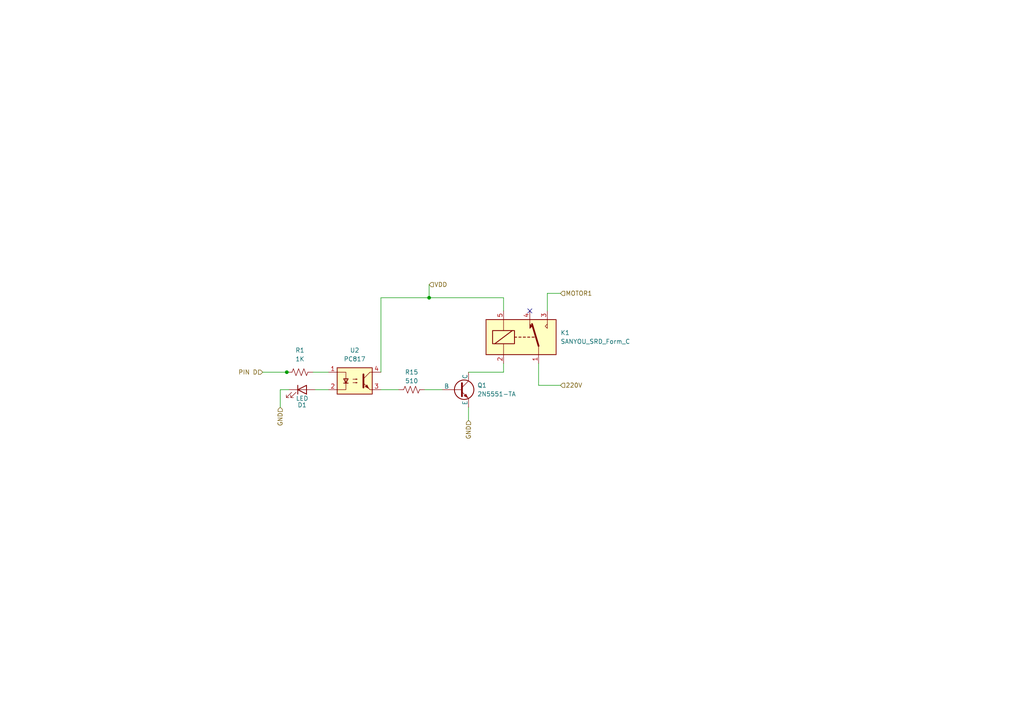
<source format=kicad_sch>
(kicad_sch (version 20231120) (generator "eeschema") (generator_version "8.0")
  (paper "A4")
  (lib_symbols
    (symbol "Custom Simbol FRES:2N5551-TA" (pin_numbers hide) (pin_names (offset 0))
      (property "Reference" "Q" (at -2.54 7.62 0))
      (property "Value" "2N5551-TA" (at -2.54 5.08 0))
      (symbol "2N5551-TA_0_1"
        (polyline (pts (xy -2.54 0) (xy 0.635 0)) (stroke (width 0.1524)))
        (polyline (pts (xy 0.635 0.635) (xy 2.54 2.54)))
        (polyline (pts (xy 2.794 -1.27) (xy 2.794 -1.27)) (stroke (width 0.1524)))
        (polyline (pts (xy 2.794 -1.27) (xy 2.794 -1.27)) (stroke (width 0.1524)))
        (polyline (pts (xy 0.635 -0.635) (xy 2.54 -2.54) (xy 2.54 -2.54)))
        (polyline (pts (xy 0.635 1.905) (xy 0.635 -1.905) (xy 0.635 -1.905)) (stroke (width 0.508)))
        (polyline (pts (xy 1.27 -1.778) (xy 1.778 -1.27) (xy 2.286 -2.286) (xy 1.27 -1.778) (xy 1.27 -1.778)) (fill (type outline)))
        (circle (center 1.27 0) (radius 2.8194) (stroke (width 0.254)))
      )
      (symbol "2N5551-TA_1_1"
        (pin open_collector line (at 2.54 5.08 270) (length 2.54) (name "C") (number "1"))
        (pin input line (at -5.08 0 0) (length 2.54) (name "B") (number "2"))
        (pin open_emitter line (at 2.54 -5.08 90) (length 2.54) (name "E") (number "3"))
      )
    )
    (symbol "Device:LED" (pin_numbers hide) (pin_names (offset 1.016) hide)
      (property "Reference" "D" (at 0 2.54 0))
      (property "Value" "LED" (at 0 -2.54 0))
      (symbol "LED_0_1"
        (polyline (pts (xy -1.27 -1.27) (xy -1.27 1.27)) (stroke (width 0.254)))
        (polyline (pts (xy -1.27 0) (xy 1.27 0)))
        (polyline (pts (xy 1.27 -1.27) (xy 1.27 1.27) (xy -1.27 0) (xy 1.27 -1.27)) (stroke (width 0.254)))
        (polyline (pts (xy -3.048 -0.762) (xy -4.572 -2.286) (xy -3.81 -2.286) (xy -4.572 -2.286) (xy -4.572 -1.524)))
        (polyline (pts (xy -1.778 -0.762) (xy -3.302 -2.286) (xy -2.54 -2.286) (xy -3.302 -2.286) (xy -3.302 -1.524)))
      )
      (symbol "LED_1_1"
        (pin passive line (at -3.81 0 0) (length 2.54) (name "K") (number "1"))
        (pin passive line (at 3.81 0 180) (length 2.54) (name "A") (number "2"))
      )
    )
    (symbol "Device:R_US" (pin_numbers hide) (pin_names (offset 0))
      (property "Reference" "R" (at 2.54 0 90))
      (property "Value" "R_US" (at -2.54 0 90))
      (symbol "R_US_0_1"
        (polyline (pts (xy 0 -2.286) (xy 0 -2.54)))
        (polyline (pts (xy 0 2.286) (xy 0 2.54)))
        (polyline (pts (xy 0 -0.762) (xy 1.016 -1.143) (xy 0 -1.524) (xy -1.016 -1.905) (xy 0 -2.286)))
        (polyline (pts (xy 0 0.762) (xy 1.016 0.381) (xy 0 0) (xy -1.016 -0.381) (xy 0 -0.762)))
        (polyline (pts (xy 0 2.286) (xy 1.016 1.905) (xy 0 1.524) (xy -1.016 1.143) (xy 0 0.762)))
      )
      (symbol "R_US_1_1"
        (pin passive line (at 0 3.81 270) (length 1.27) (name "~") (number "1"))
        (pin passive line (at 0 -3.81 90) (length 1.27) (name "~") (number "2"))
      )
    )
    (symbol "Isolator:PC817" (pin_names (offset 1.016))
      (property "Reference" "U" (at -5.08 5.08 0))
      (property "Value" "PC817" (at 0 5.08 0))
      (symbol "PC817_0_1"
        (rectangle (start -5.08 3.81) (end 5.08 -3.81) (stroke (width 0.254)) (fill (type background)))
        (polyline (pts (xy -3.175 -0.635) (xy -1.905 -0.635)) (stroke (width 0.254)))
        (polyline (pts (xy 2.54 0.635) (xy 4.445 2.54)))
        (polyline (pts (xy 4.445 -2.54) (xy 2.54 -0.635)) (fill (type outline)))
        (polyline (pts (xy 4.445 -2.54) (xy 5.08 -2.54)))
        (polyline (pts (xy 4.445 2.54) (xy 5.08 2.54)))
        (polyline (pts (xy -5.08 2.54) (xy -2.54 2.54) (xy -2.54 -0.635)))
        (polyline (pts (xy -2.54 -0.635) (xy -2.54 -2.54) (xy -5.08 -2.54)))
        (polyline (pts (xy 2.54 1.905) (xy 2.54 -1.905) (xy 2.54 -1.905)) (stroke (width 0.508)))
        (polyline (pts (xy -2.54 -0.635) (xy -3.175 0.635) (xy -1.905 0.635) (xy -2.54 -0.635)) (stroke (width 0.254)))
        (polyline (pts (xy -0.508 -0.508) (xy 0.762 -0.508) (xy 0.381 -0.635) (xy 0.381 -0.381) (xy 0.762 -0.508)))
        (polyline (pts (xy -0.508 0.508) (xy 0.762 0.508) (xy 0.381 0.381) (xy 0.381 0.635) (xy 0.762 0.508)))
        (polyline (pts (xy 3.048 -1.651) (xy 3.556 -1.143) (xy 4.064 -2.159) (xy 3.048 -1.651) (xy 3.048 -1.651)) (fill (type outline)))
      )
      (symbol "PC817_1_1"
        (pin passive line (at -7.62 2.54 0) (length 2.54) (name "~") (number "1"))
        (pin passive line (at -7.62 -2.54 0) (length 2.54) (name "~") (number "2"))
        (pin passive line (at 7.62 -2.54 180) (length 2.54) (name "~") (number "3"))
        (pin passive line (at 7.62 2.54 180) (length 2.54) (name "~") (number "4"))
      )
    )
    (symbol "Relay:SANYOU_SRD_Form_C"
      (property "Reference" "K" (at 11.43 3.81 0))
      (property "Value" "SANYOU_SRD_Form_C" (at 11.43 1.27 0))
      (symbol "SANYOU_SRD_Form_C_0_0"
        (polyline (pts (xy 7.62 5.08) (xy 7.62 2.54) (xy 6.985 3.175) (xy 7.62 3.81)))
      )
      (symbol "SANYOU_SRD_Form_C_0_1"
        (rectangle (start -10.16 5.08) (end 10.16 -5.08) (stroke (width 0.254)) (fill (type background)))
        (rectangle (start -8.255 1.905) (end -1.905 -1.905) (stroke (width 0.254)))
        (polyline (pts (xy -7.62 -1.905) (xy -2.54 1.905)) (stroke (width 0.254)))
        (polyline (pts (xy -5.08 -5.08) (xy -5.08 -1.905)))
        (polyline (pts (xy -5.08 5.08) (xy -5.08 1.905)))
        (polyline (pts (xy -1.905 0) (xy -1.27 0)) (stroke (width 0.254)))
        (polyline (pts (xy -0.635 0) (xy 0 0)) (stroke (width 0.254)))
        (polyline (pts (xy 0.635 0) (xy 1.27 0)) (stroke (width 0.254)))
        (polyline (pts (xy 1.905 0) (xy 2.54 0)) (stroke (width 0.254)))
        (polyline (pts (xy 3.175 0) (xy 3.81 0)) (stroke (width 0.254)))
        (polyline (pts (xy 5.08 -2.54) (xy 3.175 3.81)) (stroke (width 0.508)))
        (polyline (pts (xy 5.08 -2.54) (xy 5.08 -5.08)))
      )
      (symbol "SANYOU_SRD_Form_C_1_1"
        (polyline (pts (xy 2.54 3.81) (xy 3.175 3.175) (xy 2.54 2.54) (xy 2.54 5.08)) (fill (type outline)))
        (pin passive line (at 5.08 -7.62 90) (length 2.54) (name "~") (number "1"))
        (pin passive line (at -5.08 -7.62 90) (length 2.54) (name "~") (number "2"))
        (pin passive line (at 7.62 7.62 270) (length 2.54) (name "~") (number "3"))
        (pin passive line (at 2.54 7.62 270) (length 2.54) (name "~") (number "4"))
        (pin passive line (at -5.08 7.62 270) (length 2.54) (name "~") (number "5"))
      )
    )
  )
  (junction (at 83.185 107.95))
  (junction (at 124.46 86.36))
  (no_connect (at 153.67 90.17))
  (wire (pts (xy 110.49 113.03) (xy 115.57 113.03)))
  (wire (pts (xy 162.56 111.76) (xy 156.21 111.76)))
  (wire (pts (xy 146.05 86.36) (xy 146.05 90.17)))
  (wire (pts (xy 90.805 107.95) (xy 95.25 107.95)))
  (wire (pts (xy 83.185 107.95) (xy 83.82 107.95)))
  (wire (pts (xy 135.89 107.95) (xy 146.05 107.95)))
  (wire (pts (xy 110.49 86.36) (xy 124.46 86.36)))
  (wire (pts (xy 81.28 118.11) (xy 81.28 113.03)))
  (wire (pts (xy 162.56 85.09) (xy 158.75 85.09)))
  (wire (pts (xy 124.46 86.36) (xy 146.05 86.36)))
  (wire (pts (xy 110.49 107.95) (xy 110.49 86.36)))
  (wire (pts (xy 156.21 111.76) (xy 156.21 105.41)))
  (wire (pts (xy 158.75 85.09) (xy 158.75 90.17)))
  (wire (pts (xy 135.89 118.11) (xy 135.89 121.92)))
  (wire (pts (xy 91.44 113.03) (xy 95.25 113.03)))
  (wire (pts (xy 76.2 107.95) (xy 83.185 107.95)))
  (wire (pts (xy 124.46 82.55) (xy 124.46 86.36)))
  (wire (pts (xy 146.05 107.95) (xy 146.05 105.41)))
  (wire (pts (xy 81.28 113.03) (xy 83.82 113.03)))
  (wire (pts (xy 123.19 113.03) (xy 128.27 113.03)))
  (hierarchical_label "MOTOR1" (shape input) (at 162.56 85.09 0))
  (hierarchical_label "220V" (shape input) (at 162.56 111.76 0))
  (hierarchical_label "VDD" (shape input) (at 124.46 82.55 0))
  (hierarchical_label "GND" (shape input) (at 81.28 118.11 270))
  (hierarchical_label "PIN D" (shape input) (at 76.2 107.95 180))
  (hierarchical_label "GND" (shape input) (at 135.89 121.92 270))
  (symbol (lib_id "Device:R_US") (at 86.995 107.95 90) (unit 1)
    (property "Reference" "R1" (at 86.995 101.6 90))
    (property "Value" "1K" (at 86.995 104.14 90))
    (property "Footprint" "Resistor_SMD:R_0402_1005Metric_Pad0.72x0.64mm_HandSolder" (effects (hide yes)))
    (property "Description" "Resistor, US symbol" (effects (hide yes)))
    (instances (project "" (path "" (reference "R1") (unit 1)) (path "" (reference "R2") (unit 1))))
  )
  (symbol (lib_id "Relay:SANYOU_SRD_Form_C") (at 151.13 97.79 0) (unit 1)
    (property "Reference" "K1" (at 162.56 96.5199 0) (effects (justify left)))
    (property "Value" "SANYOU_SRD_Form_C" (at 162.56 99.0599 0) (effects (justify left)))
    (property "Footprint" "Relay_THT:Relay_SPDT_SANYOU_SRD_Series_Form_C" (effects (hide yes)))
    (property "Datasheet" "http://www.sanyourelay.ca/public/products/pdf/SRD.pdf" (effects (hide yes)))
    (property "Description" "Sanyo SRD relay, Single Pole Miniature Power Relay," (effects (hide yes)))
    (instances (project "Skematik Main Compressor V1" (path "" (reference "K1") (unit 1)) (path "" (reference "K3") (unit 1))))
  )
  (symbol (lib_id "Device:LED") (at 87.63 113.03 0) (unit 1)
    (property "Reference" "D1" (at 87.63 117.475 0))
    (property "Value" "LED" (at 87.63 115.57 0))
    (property "Footprint" "LED_SMD:LED_0805_2012Metric_Pad1.15x1.40mm_HandSolder" (effects (hide yes)))
    (property "Description" "Light emitting diode" (effects (hide yes)))
    (instances (project "Skematik Main Compressor V1" (path "" (reference "D1") (unit 1)) (path "" (reference "D4") (unit 1))))
  )
  (symbol (lib_id "Device:R_US") (at 119.38 113.03 90) (unit 1)
    (property "Reference" "R15" (at 119.38 107.95 90))
    (property "Value" "510" (at 119.38 110.49 90))
    (property "Footprint" "Resistor_SMD:R_0402_1005Metric_Pad0.72x0.64mm_HandSolder" (effects (hide yes)))
    (property "Description" "Resistor, US symbol" (effects (hide yes)))
    (instances (project "" (path "" (reference "R15") (unit 1)) (path "" (reference "R16") (unit 1))))
  )
  (symbol (lib_id "Custom Simbol FRES:2N5551-TA") (at 133.35 113.03 0) (unit 1)
    (property "Reference" "Q1" (at 138.43 111.7599 0) (effects (justify left)))
    (property "Value" "2N5551-TA" (at 138.43 114.2999 0) (effects (justify left)))
    (property "Footprint" "Package_TO_SOT_THT:TO-92_Inline_Wide" (effects (hide yes)))
    (property "Datasheet" "https://ngspice.sourceforge.io/docs/ngspice-html-manual/manual.xhtml#cha_BJTs" (effects (hide yes)))
    (property "Description" "Bipolar transistor symbol for simulation only, substrate tied to the emitter" (effects (hide yes)))
    (property "Sim.Device" "NPN" (effects (hide yes)))
    (property "Sim.Type" "GUMMELPOON" (effects (hide yes)))
    (property "Sim.Pins" "1=C 2=B 3=E" (effects (hide yes)))
    (instances (project "" (path "" (reference "Q1") (unit 1)) (path "" (reference "Q2") (unit 1))))
  )
  (symbol (lib_id "Isolator:PC817") (at 102.87 110.49 0) (unit 1)
    (property "Reference" "U2" (at 102.87 101.6 0))
    (property "Value" "PC817" (at 102.87 104.14 0))
    (property "Footprint" "Package_DIP:DIP-4_W7.62mm" (effects (hide yes)))
    (property "Datasheet" "http://www.soselectronic.cz/a_info/resource/d/pc817.pdf" (effects (hide yes)))
    (property "Description" "DC Optocoupler, Vce 35V, CTR 50-300%, DIP-4" (effects (hide yes)))
    (instances (project "Skematik Main Compressor V1" (path "" (reference "U2") (unit 1)) (path "" (reference "U10") (unit 1))))
  )
)
</source>
